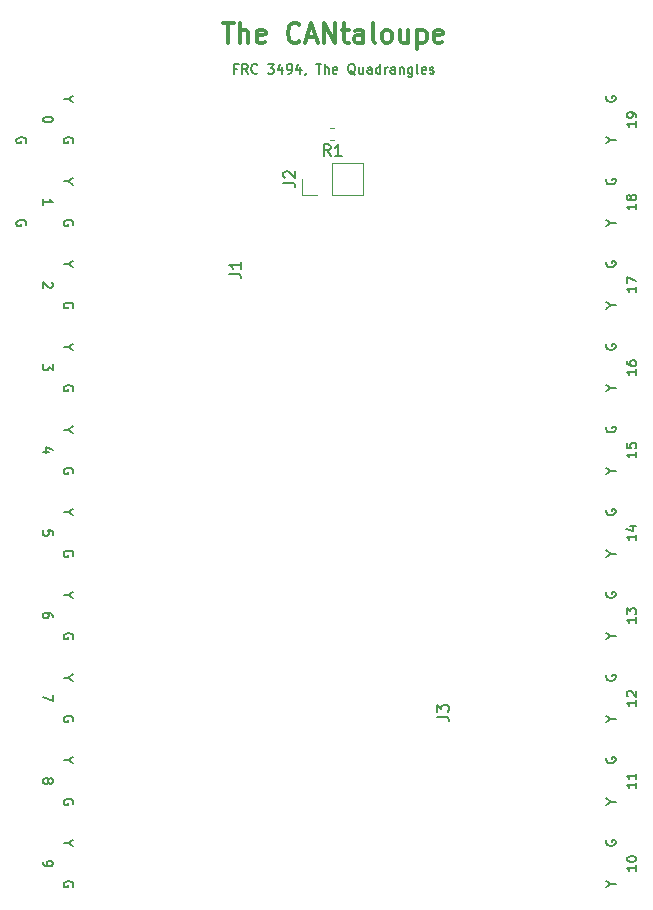
<source format=gbr>
G04 #@! TF.GenerationSoftware,KiCad,Pcbnew,(5.1.4)-1*
G04 #@! TF.CreationDate,2019-10-26T02:36:02-04:00*
G04 #@! TF.ProjectId,Star CAN Board,53746172-2043-4414-9e20-426f6172642e,rev?*
G04 #@! TF.SameCoordinates,Original*
G04 #@! TF.FileFunction,Legend,Top*
G04 #@! TF.FilePolarity,Positive*
%FSLAX46Y46*%
G04 Gerber Fmt 4.6, Leading zero omitted, Abs format (unit mm)*
G04 Created by KiCad (PCBNEW (5.1.4)-1) date 2019-10-26 02:36:02*
%MOMM*%
%LPD*%
G04 APERTURE LIST*
%ADD10C,0.150000*%
%ADD11C,0.300000*%
%ADD12C,0.120000*%
G04 APERTURE END LIST*
D10*
X159093600Y-81287123D02*
X159054895Y-81364533D01*
X159054895Y-81480647D01*
X159093600Y-81596761D01*
X159171009Y-81674171D01*
X159248419Y-81712876D01*
X159403238Y-81751580D01*
X159519352Y-81751580D01*
X159674171Y-81712876D01*
X159751580Y-81674171D01*
X159828990Y-81596761D01*
X159867695Y-81480647D01*
X159867695Y-81403238D01*
X159828990Y-81287123D01*
X159790285Y-81248419D01*
X159519352Y-81248419D01*
X159519352Y-81403238D01*
X159093600Y-74287123D02*
X159054895Y-74364533D01*
X159054895Y-74480647D01*
X159093600Y-74596761D01*
X159171009Y-74674171D01*
X159248419Y-74712876D01*
X159403238Y-74751580D01*
X159519352Y-74751580D01*
X159674171Y-74712876D01*
X159751580Y-74674171D01*
X159828990Y-74596761D01*
X159867695Y-74480647D01*
X159867695Y-74403238D01*
X159828990Y-74287123D01*
X159790285Y-74248419D01*
X159519352Y-74248419D01*
X159519352Y-74403238D01*
X159093600Y-95287123D02*
X159054895Y-95364533D01*
X159054895Y-95480647D01*
X159093600Y-95596761D01*
X159171009Y-95674171D01*
X159248419Y-95712876D01*
X159403238Y-95751580D01*
X159519352Y-95751580D01*
X159674171Y-95712876D01*
X159751580Y-95674171D01*
X159828990Y-95596761D01*
X159867695Y-95480647D01*
X159867695Y-95403238D01*
X159828990Y-95287123D01*
X159790285Y-95248419D01*
X159519352Y-95248419D01*
X159519352Y-95403238D01*
X159093600Y-88287123D02*
X159054895Y-88364533D01*
X159054895Y-88480647D01*
X159093600Y-88596761D01*
X159171009Y-88674171D01*
X159248419Y-88712876D01*
X159403238Y-88751580D01*
X159519352Y-88751580D01*
X159674171Y-88712876D01*
X159751580Y-88674171D01*
X159828990Y-88596761D01*
X159867695Y-88480647D01*
X159867695Y-88403238D01*
X159828990Y-88287123D01*
X159790285Y-88248419D01*
X159519352Y-88248419D01*
X159519352Y-88403238D01*
X159093600Y-109287123D02*
X159054895Y-109364533D01*
X159054895Y-109480647D01*
X159093600Y-109596761D01*
X159171009Y-109674171D01*
X159248419Y-109712876D01*
X159403238Y-109751580D01*
X159519352Y-109751580D01*
X159674171Y-109712876D01*
X159751580Y-109674171D01*
X159828990Y-109596761D01*
X159867695Y-109480647D01*
X159867695Y-109403238D01*
X159828990Y-109287123D01*
X159790285Y-109248419D01*
X159519352Y-109248419D01*
X159519352Y-109403238D01*
X159093600Y-102287123D02*
X159054895Y-102364533D01*
X159054895Y-102480647D01*
X159093600Y-102596761D01*
X159171009Y-102674171D01*
X159248419Y-102712876D01*
X159403238Y-102751580D01*
X159519352Y-102751580D01*
X159674171Y-102712876D01*
X159751580Y-102674171D01*
X159828990Y-102596761D01*
X159867695Y-102480647D01*
X159867695Y-102403238D01*
X159828990Y-102287123D01*
X159790285Y-102248419D01*
X159519352Y-102248419D01*
X159519352Y-102403238D01*
X159093600Y-123287123D02*
X159054895Y-123364533D01*
X159054895Y-123480647D01*
X159093600Y-123596761D01*
X159171009Y-123674171D01*
X159248419Y-123712876D01*
X159403238Y-123751580D01*
X159519352Y-123751580D01*
X159674171Y-123712876D01*
X159751580Y-123674171D01*
X159828990Y-123596761D01*
X159867695Y-123480647D01*
X159867695Y-123403238D01*
X159828990Y-123287123D01*
X159790285Y-123248419D01*
X159519352Y-123248419D01*
X159519352Y-123403238D01*
X159093600Y-116287123D02*
X159054895Y-116364533D01*
X159054895Y-116480647D01*
X159093600Y-116596761D01*
X159171009Y-116674171D01*
X159248419Y-116712876D01*
X159403238Y-116751580D01*
X159519352Y-116751580D01*
X159674171Y-116712876D01*
X159751580Y-116674171D01*
X159828990Y-116596761D01*
X159867695Y-116480647D01*
X159867695Y-116403238D01*
X159828990Y-116287123D01*
X159790285Y-116248419D01*
X159519352Y-116248419D01*
X159519352Y-116403238D01*
X159093600Y-137287123D02*
X159054895Y-137364533D01*
X159054895Y-137480647D01*
X159093600Y-137596761D01*
X159171009Y-137674171D01*
X159248419Y-137712876D01*
X159403238Y-137751580D01*
X159519352Y-137751580D01*
X159674171Y-137712876D01*
X159751580Y-137674171D01*
X159828990Y-137596761D01*
X159867695Y-137480647D01*
X159867695Y-137403238D01*
X159828990Y-137287123D01*
X159790285Y-137248419D01*
X159519352Y-137248419D01*
X159519352Y-137403238D01*
X159093600Y-130287123D02*
X159054895Y-130364533D01*
X159054895Y-130480647D01*
X159093600Y-130596761D01*
X159171009Y-130674171D01*
X159248419Y-130712876D01*
X159403238Y-130751580D01*
X159519352Y-130751580D01*
X159674171Y-130712876D01*
X159751580Y-130674171D01*
X159828990Y-130596761D01*
X159867695Y-130480647D01*
X159867695Y-130403238D01*
X159828990Y-130287123D01*
X159790285Y-130248419D01*
X159519352Y-130248419D01*
X159519352Y-130403238D01*
X113906400Y-134212876D02*
X113945104Y-134135466D01*
X113945104Y-134019352D01*
X113906400Y-133903238D01*
X113828990Y-133825828D01*
X113751580Y-133787123D01*
X113596761Y-133748419D01*
X113480647Y-133748419D01*
X113325828Y-133787123D01*
X113248419Y-133825828D01*
X113171009Y-133903238D01*
X113132304Y-134019352D01*
X113132304Y-134096761D01*
X113171009Y-134212876D01*
X113209714Y-134251580D01*
X113480647Y-134251580D01*
X113480647Y-134096761D01*
X113906400Y-141212876D02*
X113945104Y-141135466D01*
X113945104Y-141019352D01*
X113906400Y-140903238D01*
X113828990Y-140825828D01*
X113751580Y-140787123D01*
X113596761Y-140748419D01*
X113480647Y-140748419D01*
X113325828Y-140787123D01*
X113248419Y-140825828D01*
X113171009Y-140903238D01*
X113132304Y-141019352D01*
X113132304Y-141096761D01*
X113171009Y-141212876D01*
X113209714Y-141251580D01*
X113480647Y-141251580D01*
X113480647Y-141096761D01*
X113906400Y-120212876D02*
X113945104Y-120135466D01*
X113945104Y-120019352D01*
X113906400Y-119903238D01*
X113828990Y-119825828D01*
X113751580Y-119787123D01*
X113596761Y-119748419D01*
X113480647Y-119748419D01*
X113325828Y-119787123D01*
X113248419Y-119825828D01*
X113171009Y-119903238D01*
X113132304Y-120019352D01*
X113132304Y-120096761D01*
X113171009Y-120212876D01*
X113209714Y-120251580D01*
X113480647Y-120251580D01*
X113480647Y-120096761D01*
X113906400Y-127212876D02*
X113945104Y-127135466D01*
X113945104Y-127019352D01*
X113906400Y-126903238D01*
X113828990Y-126825828D01*
X113751580Y-126787123D01*
X113596761Y-126748419D01*
X113480647Y-126748419D01*
X113325828Y-126787123D01*
X113248419Y-126825828D01*
X113171009Y-126903238D01*
X113132304Y-127019352D01*
X113132304Y-127096761D01*
X113171009Y-127212876D01*
X113209714Y-127251580D01*
X113480647Y-127251580D01*
X113480647Y-127096761D01*
X113906400Y-106212876D02*
X113945104Y-106135466D01*
X113945104Y-106019352D01*
X113906400Y-105903238D01*
X113828990Y-105825828D01*
X113751580Y-105787123D01*
X113596761Y-105748419D01*
X113480647Y-105748419D01*
X113325828Y-105787123D01*
X113248419Y-105825828D01*
X113171009Y-105903238D01*
X113132304Y-106019352D01*
X113132304Y-106096761D01*
X113171009Y-106212876D01*
X113209714Y-106251580D01*
X113480647Y-106251580D01*
X113480647Y-106096761D01*
X113906400Y-113212876D02*
X113945104Y-113135466D01*
X113945104Y-113019352D01*
X113906400Y-112903238D01*
X113828990Y-112825828D01*
X113751580Y-112787123D01*
X113596761Y-112748419D01*
X113480647Y-112748419D01*
X113325828Y-112787123D01*
X113248419Y-112825828D01*
X113171009Y-112903238D01*
X113132304Y-113019352D01*
X113132304Y-113096761D01*
X113171009Y-113212876D01*
X113209714Y-113251580D01*
X113480647Y-113251580D01*
X113480647Y-113096761D01*
X113906400Y-92212876D02*
X113945104Y-92135466D01*
X113945104Y-92019352D01*
X113906400Y-91903238D01*
X113828990Y-91825828D01*
X113751580Y-91787123D01*
X113596761Y-91748419D01*
X113480647Y-91748419D01*
X113325828Y-91787123D01*
X113248419Y-91825828D01*
X113171009Y-91903238D01*
X113132304Y-92019352D01*
X113132304Y-92096761D01*
X113171009Y-92212876D01*
X113209714Y-92251580D01*
X113480647Y-92251580D01*
X113480647Y-92096761D01*
X113906400Y-99212876D02*
X113945104Y-99135466D01*
X113945104Y-99019352D01*
X113906400Y-98903238D01*
X113828990Y-98825828D01*
X113751580Y-98787123D01*
X113596761Y-98748419D01*
X113480647Y-98748419D01*
X113325828Y-98787123D01*
X113248419Y-98825828D01*
X113171009Y-98903238D01*
X113132304Y-99019352D01*
X113132304Y-99096761D01*
X113171009Y-99212876D01*
X113209714Y-99251580D01*
X113480647Y-99251580D01*
X113480647Y-99096761D01*
X109906400Y-85212876D02*
X109945104Y-85135466D01*
X109945104Y-85019352D01*
X109906400Y-84903238D01*
X109828990Y-84825828D01*
X109751580Y-84787123D01*
X109596761Y-84748419D01*
X109480647Y-84748419D01*
X109325828Y-84787123D01*
X109248419Y-84825828D01*
X109171009Y-84903238D01*
X109132304Y-85019352D01*
X109132304Y-85096761D01*
X109171009Y-85212876D01*
X109209714Y-85251580D01*
X109480647Y-85251580D01*
X109480647Y-85096761D01*
X109906400Y-78212876D02*
X109945104Y-78135466D01*
X109945104Y-78019352D01*
X109906400Y-77903238D01*
X109828990Y-77825828D01*
X109751580Y-77787123D01*
X109596761Y-77748419D01*
X109480647Y-77748419D01*
X109325828Y-77787123D01*
X109248419Y-77825828D01*
X109171009Y-77903238D01*
X109132304Y-78019352D01*
X109132304Y-78096761D01*
X109171009Y-78212876D01*
X109209714Y-78251580D01*
X109480647Y-78251580D01*
X109480647Y-78096761D01*
X113906400Y-85212876D02*
X113945104Y-85135466D01*
X113945104Y-85019352D01*
X113906400Y-84903238D01*
X113828990Y-84825828D01*
X113751580Y-84787123D01*
X113596761Y-84748419D01*
X113480647Y-84748419D01*
X113325828Y-84787123D01*
X113248419Y-84825828D01*
X113171009Y-84903238D01*
X113132304Y-85019352D01*
X113132304Y-85096761D01*
X113171009Y-85212876D01*
X113209714Y-85251580D01*
X113480647Y-85251580D01*
X113480647Y-85096761D01*
X113906400Y-78212876D02*
X113945104Y-78135466D01*
X113945104Y-78019352D01*
X113906400Y-77903238D01*
X113828990Y-77825828D01*
X113751580Y-77787123D01*
X113596761Y-77748419D01*
X113480647Y-77748419D01*
X113325828Y-77787123D01*
X113248419Y-77825828D01*
X113171009Y-77903238D01*
X113132304Y-78019352D01*
X113132304Y-78096761D01*
X113171009Y-78212876D01*
X113209714Y-78251580D01*
X113480647Y-78251580D01*
X113480647Y-78096761D01*
X159480647Y-78000000D02*
X159867695Y-78000000D01*
X159054895Y-78270933D02*
X159480647Y-78000000D01*
X159054895Y-77729066D01*
X159480647Y-85000000D02*
X159867695Y-85000000D01*
X159054895Y-85270933D02*
X159480647Y-85000000D01*
X159054895Y-84729066D01*
X159480647Y-92000000D02*
X159867695Y-92000000D01*
X159054895Y-92270933D02*
X159480647Y-92000000D01*
X159054895Y-91729066D01*
X159480647Y-99000000D02*
X159867695Y-99000000D01*
X159054895Y-99270933D02*
X159480647Y-99000000D01*
X159054895Y-98729066D01*
X159480647Y-106000000D02*
X159867695Y-106000000D01*
X159054895Y-106270933D02*
X159480647Y-106000000D01*
X159054895Y-105729066D01*
X159480647Y-113000000D02*
X159867695Y-113000000D01*
X159054895Y-113270933D02*
X159480647Y-113000000D01*
X159054895Y-112729066D01*
X159480647Y-120000000D02*
X159867695Y-120000000D01*
X159054895Y-120270933D02*
X159480647Y-120000000D01*
X159054895Y-119729066D01*
X159480647Y-127000000D02*
X159867695Y-127000000D01*
X159054895Y-127270933D02*
X159480647Y-127000000D01*
X159054895Y-126729066D01*
X159480647Y-141000000D02*
X159867695Y-141000000D01*
X159054895Y-141270933D02*
X159480647Y-141000000D01*
X159054895Y-140729066D01*
X159480647Y-134000000D02*
X159867695Y-134000000D01*
X159054895Y-134270933D02*
X159480647Y-134000000D01*
X159054895Y-133729066D01*
X113519352Y-130500000D02*
X113132304Y-130500000D01*
X113945104Y-130229066D02*
X113519352Y-130500000D01*
X113945104Y-130770933D01*
X113519352Y-137500000D02*
X113132304Y-137500000D01*
X113945104Y-137229066D02*
X113519352Y-137500000D01*
X113945104Y-137770933D01*
X113519352Y-116500000D02*
X113132304Y-116500000D01*
X113945104Y-116229066D02*
X113519352Y-116500000D01*
X113945104Y-116770933D01*
X113519352Y-123500000D02*
X113132304Y-123500000D01*
X113945104Y-123229066D02*
X113519352Y-123500000D01*
X113945104Y-123770933D01*
X113519352Y-102500000D02*
X113132304Y-102500000D01*
X113945104Y-102229066D02*
X113519352Y-102500000D01*
X113945104Y-102770933D01*
X113519352Y-109500000D02*
X113132304Y-109500000D01*
X113945104Y-109229066D02*
X113519352Y-109500000D01*
X113945104Y-109770933D01*
X113519352Y-88500000D02*
X113132304Y-88500000D01*
X113945104Y-88229066D02*
X113519352Y-88500000D01*
X113945104Y-88770933D01*
X113519352Y-95500000D02*
X113132304Y-95500000D01*
X113945104Y-95229066D02*
X113519352Y-95500000D01*
X113945104Y-95770933D01*
X113519352Y-81500000D02*
X113132304Y-81500000D01*
X113945104Y-81229066D02*
X113519352Y-81500000D01*
X113945104Y-81770933D01*
X113519352Y-74500000D02*
X113132304Y-74500000D01*
X113945104Y-74229066D02*
X113519352Y-74500000D01*
X113945104Y-74770933D01*
X127833295Y-71941942D02*
X127562361Y-71941942D01*
X127562361Y-72367695D02*
X127562361Y-71554895D01*
X127949409Y-71554895D01*
X128723504Y-72367695D02*
X128452571Y-71980647D01*
X128259047Y-72367695D02*
X128259047Y-71554895D01*
X128568685Y-71554895D01*
X128646095Y-71593600D01*
X128684800Y-71632304D01*
X128723504Y-71709714D01*
X128723504Y-71825828D01*
X128684800Y-71903238D01*
X128646095Y-71941942D01*
X128568685Y-71980647D01*
X128259047Y-71980647D01*
X129536304Y-72290285D02*
X129497600Y-72328990D01*
X129381485Y-72367695D01*
X129304076Y-72367695D01*
X129187961Y-72328990D01*
X129110552Y-72251580D01*
X129071847Y-72174171D01*
X129033142Y-72019352D01*
X129033142Y-71903238D01*
X129071847Y-71748419D01*
X129110552Y-71671009D01*
X129187961Y-71593600D01*
X129304076Y-71554895D01*
X129381485Y-71554895D01*
X129497600Y-71593600D01*
X129536304Y-71632304D01*
X130426514Y-71554895D02*
X130929676Y-71554895D01*
X130658742Y-71864533D01*
X130774857Y-71864533D01*
X130852266Y-71903238D01*
X130890971Y-71941942D01*
X130929676Y-72019352D01*
X130929676Y-72212876D01*
X130890971Y-72290285D01*
X130852266Y-72328990D01*
X130774857Y-72367695D01*
X130542628Y-72367695D01*
X130465219Y-72328990D01*
X130426514Y-72290285D01*
X131626361Y-71825828D02*
X131626361Y-72367695D01*
X131432838Y-71516190D02*
X131239314Y-72096761D01*
X131742476Y-72096761D01*
X132090819Y-72367695D02*
X132245638Y-72367695D01*
X132323047Y-72328990D01*
X132361752Y-72290285D01*
X132439161Y-72174171D01*
X132477866Y-72019352D01*
X132477866Y-71709714D01*
X132439161Y-71632304D01*
X132400457Y-71593600D01*
X132323047Y-71554895D01*
X132168228Y-71554895D01*
X132090819Y-71593600D01*
X132052114Y-71632304D01*
X132013409Y-71709714D01*
X132013409Y-71903238D01*
X132052114Y-71980647D01*
X132090819Y-72019352D01*
X132168228Y-72058057D01*
X132323047Y-72058057D01*
X132400457Y-72019352D01*
X132439161Y-71980647D01*
X132477866Y-71903238D01*
X133174552Y-71825828D02*
X133174552Y-72367695D01*
X132981028Y-71516190D02*
X132787504Y-72096761D01*
X133290666Y-72096761D01*
X133639009Y-72328990D02*
X133639009Y-72367695D01*
X133600304Y-72445104D01*
X133561600Y-72483809D01*
X134490514Y-71554895D02*
X134954971Y-71554895D01*
X134722742Y-72367695D02*
X134722742Y-71554895D01*
X135225904Y-72367695D02*
X135225904Y-71554895D01*
X135574247Y-72367695D02*
X135574247Y-71941942D01*
X135535542Y-71864533D01*
X135458133Y-71825828D01*
X135342019Y-71825828D01*
X135264609Y-71864533D01*
X135225904Y-71903238D01*
X136270933Y-72328990D02*
X136193523Y-72367695D01*
X136038704Y-72367695D01*
X135961295Y-72328990D01*
X135922590Y-72251580D01*
X135922590Y-71941942D01*
X135961295Y-71864533D01*
X136038704Y-71825828D01*
X136193523Y-71825828D01*
X136270933Y-71864533D01*
X136309638Y-71941942D01*
X136309638Y-72019352D01*
X135922590Y-72096761D01*
X137819123Y-72445104D02*
X137741714Y-72406400D01*
X137664304Y-72328990D01*
X137548190Y-72212876D01*
X137470780Y-72174171D01*
X137393371Y-72174171D01*
X137432076Y-72367695D02*
X137354666Y-72328990D01*
X137277257Y-72251580D01*
X137238552Y-72096761D01*
X137238552Y-71825828D01*
X137277257Y-71671009D01*
X137354666Y-71593600D01*
X137432076Y-71554895D01*
X137586895Y-71554895D01*
X137664304Y-71593600D01*
X137741714Y-71671009D01*
X137780419Y-71825828D01*
X137780419Y-72096761D01*
X137741714Y-72251580D01*
X137664304Y-72328990D01*
X137586895Y-72367695D01*
X137432076Y-72367695D01*
X138477104Y-71825828D02*
X138477104Y-72367695D01*
X138128761Y-71825828D02*
X138128761Y-72251580D01*
X138167466Y-72328990D01*
X138244876Y-72367695D01*
X138360990Y-72367695D01*
X138438400Y-72328990D01*
X138477104Y-72290285D01*
X139212495Y-72367695D02*
X139212495Y-71941942D01*
X139173790Y-71864533D01*
X139096380Y-71825828D01*
X138941561Y-71825828D01*
X138864152Y-71864533D01*
X139212495Y-72328990D02*
X139135085Y-72367695D01*
X138941561Y-72367695D01*
X138864152Y-72328990D01*
X138825447Y-72251580D01*
X138825447Y-72174171D01*
X138864152Y-72096761D01*
X138941561Y-72058057D01*
X139135085Y-72058057D01*
X139212495Y-72019352D01*
X139947885Y-72367695D02*
X139947885Y-71554895D01*
X139947885Y-72328990D02*
X139870476Y-72367695D01*
X139715657Y-72367695D01*
X139638247Y-72328990D01*
X139599542Y-72290285D01*
X139560838Y-72212876D01*
X139560838Y-71980647D01*
X139599542Y-71903238D01*
X139638247Y-71864533D01*
X139715657Y-71825828D01*
X139870476Y-71825828D01*
X139947885Y-71864533D01*
X140334933Y-72367695D02*
X140334933Y-71825828D01*
X140334933Y-71980647D02*
X140373638Y-71903238D01*
X140412342Y-71864533D01*
X140489752Y-71825828D01*
X140567161Y-71825828D01*
X141186438Y-72367695D02*
X141186438Y-71941942D01*
X141147733Y-71864533D01*
X141070323Y-71825828D01*
X140915504Y-71825828D01*
X140838095Y-71864533D01*
X141186438Y-72328990D02*
X141109028Y-72367695D01*
X140915504Y-72367695D01*
X140838095Y-72328990D01*
X140799390Y-72251580D01*
X140799390Y-72174171D01*
X140838095Y-72096761D01*
X140915504Y-72058057D01*
X141109028Y-72058057D01*
X141186438Y-72019352D01*
X141573485Y-71825828D02*
X141573485Y-72367695D01*
X141573485Y-71903238D02*
X141612190Y-71864533D01*
X141689600Y-71825828D01*
X141805714Y-71825828D01*
X141883123Y-71864533D01*
X141921828Y-71941942D01*
X141921828Y-72367695D01*
X142657219Y-71825828D02*
X142657219Y-72483809D01*
X142618514Y-72561219D01*
X142579809Y-72599923D01*
X142502400Y-72638628D01*
X142386285Y-72638628D01*
X142308876Y-72599923D01*
X142657219Y-72328990D02*
X142579809Y-72367695D01*
X142424990Y-72367695D01*
X142347580Y-72328990D01*
X142308876Y-72290285D01*
X142270171Y-72212876D01*
X142270171Y-71980647D01*
X142308876Y-71903238D01*
X142347580Y-71864533D01*
X142424990Y-71825828D01*
X142579809Y-71825828D01*
X142657219Y-71864533D01*
X143160380Y-72367695D02*
X143082971Y-72328990D01*
X143044266Y-72251580D01*
X143044266Y-71554895D01*
X143779657Y-72328990D02*
X143702247Y-72367695D01*
X143547428Y-72367695D01*
X143470019Y-72328990D01*
X143431314Y-72251580D01*
X143431314Y-71941942D01*
X143470019Y-71864533D01*
X143547428Y-71825828D01*
X143702247Y-71825828D01*
X143779657Y-71864533D01*
X143818361Y-71941942D01*
X143818361Y-72019352D01*
X143431314Y-72096761D01*
X144128000Y-72328990D02*
X144205409Y-72367695D01*
X144360228Y-72367695D01*
X144437638Y-72328990D01*
X144476342Y-72251580D01*
X144476342Y-72212876D01*
X144437638Y-72135466D01*
X144360228Y-72096761D01*
X144244114Y-72096761D01*
X144166704Y-72058057D01*
X144128000Y-71980647D01*
X144128000Y-71941942D01*
X144166704Y-71864533D01*
X144244114Y-71825828D01*
X144360228Y-71825828D01*
X144437638Y-71864533D01*
D11*
X126594742Y-68109790D02*
X127523657Y-68109790D01*
X127059200Y-69735390D02*
X127059200Y-68109790D01*
X128065523Y-69735390D02*
X128065523Y-68109790D01*
X128762209Y-69735390D02*
X128762209Y-68883885D01*
X128684800Y-68729066D01*
X128529980Y-68651657D01*
X128297752Y-68651657D01*
X128142933Y-68729066D01*
X128065523Y-68806476D01*
X130155580Y-69657980D02*
X130000761Y-69735390D01*
X129691123Y-69735390D01*
X129536304Y-69657980D01*
X129458895Y-69503161D01*
X129458895Y-68883885D01*
X129536304Y-68729066D01*
X129691123Y-68651657D01*
X130000761Y-68651657D01*
X130155580Y-68729066D01*
X130232990Y-68883885D01*
X130232990Y-69038704D01*
X129458895Y-69193523D01*
X133097142Y-69580571D02*
X133019733Y-69657980D01*
X132787504Y-69735390D01*
X132632685Y-69735390D01*
X132400457Y-69657980D01*
X132245638Y-69503161D01*
X132168228Y-69348342D01*
X132090819Y-69038704D01*
X132090819Y-68806476D01*
X132168228Y-68496838D01*
X132245638Y-68342019D01*
X132400457Y-68187200D01*
X132632685Y-68109790D01*
X132787504Y-68109790D01*
X133019733Y-68187200D01*
X133097142Y-68264609D01*
X133716419Y-69270933D02*
X134490514Y-69270933D01*
X133561600Y-69735390D02*
X134103466Y-68109790D01*
X134645333Y-69735390D01*
X135187200Y-69735390D02*
X135187200Y-68109790D01*
X136116114Y-69735390D01*
X136116114Y-68109790D01*
X136657980Y-68651657D02*
X137277257Y-68651657D01*
X136890209Y-68109790D02*
X136890209Y-69503161D01*
X136967619Y-69657980D01*
X137122438Y-69735390D01*
X137277257Y-69735390D01*
X138515809Y-69735390D02*
X138515809Y-68883885D01*
X138438400Y-68729066D01*
X138283580Y-68651657D01*
X137973942Y-68651657D01*
X137819123Y-68729066D01*
X138515809Y-69657980D02*
X138360990Y-69735390D01*
X137973942Y-69735390D01*
X137819123Y-69657980D01*
X137741714Y-69503161D01*
X137741714Y-69348342D01*
X137819123Y-69193523D01*
X137973942Y-69116114D01*
X138360990Y-69116114D01*
X138515809Y-69038704D01*
X139522133Y-69735390D02*
X139367314Y-69657980D01*
X139289904Y-69503161D01*
X139289904Y-68109790D01*
X140373638Y-69735390D02*
X140218819Y-69657980D01*
X140141409Y-69580571D01*
X140064000Y-69425752D01*
X140064000Y-68961295D01*
X140141409Y-68806476D01*
X140218819Y-68729066D01*
X140373638Y-68651657D01*
X140605866Y-68651657D01*
X140760685Y-68729066D01*
X140838095Y-68806476D01*
X140915504Y-68961295D01*
X140915504Y-69425752D01*
X140838095Y-69580571D01*
X140760685Y-69657980D01*
X140605866Y-69735390D01*
X140373638Y-69735390D01*
X142308876Y-68651657D02*
X142308876Y-69735390D01*
X141612190Y-68651657D02*
X141612190Y-69503161D01*
X141689600Y-69657980D01*
X141844419Y-69735390D01*
X142076647Y-69735390D01*
X142231466Y-69657980D01*
X142308876Y-69580571D01*
X143082971Y-68651657D02*
X143082971Y-70277257D01*
X143082971Y-68729066D02*
X143237790Y-68651657D01*
X143547428Y-68651657D01*
X143702247Y-68729066D01*
X143779657Y-68806476D01*
X143857066Y-68961295D01*
X143857066Y-69425752D01*
X143779657Y-69580571D01*
X143702247Y-69657980D01*
X143547428Y-69735390D01*
X143237790Y-69735390D01*
X143082971Y-69657980D01*
X145173028Y-69657980D02*
X145018209Y-69735390D01*
X144708571Y-69735390D01*
X144553752Y-69657980D01*
X144476342Y-69503161D01*
X144476342Y-68883885D01*
X144553752Y-68729066D01*
X144708571Y-68651657D01*
X145018209Y-68651657D01*
X145173028Y-68729066D01*
X145250438Y-68883885D01*
X145250438Y-69038704D01*
X144476342Y-69193523D01*
D10*
X161617695Y-76404819D02*
X161617695Y-76869276D01*
X161617695Y-76637047D02*
X160804895Y-76637047D01*
X160921009Y-76714457D01*
X160998419Y-76791866D01*
X161037123Y-76869276D01*
X161617695Y-76017771D02*
X161617695Y-75862952D01*
X161578990Y-75785542D01*
X161540285Y-75746838D01*
X161424171Y-75669428D01*
X161269352Y-75630723D01*
X160959714Y-75630723D01*
X160882304Y-75669428D01*
X160843600Y-75708133D01*
X160804895Y-75785542D01*
X160804895Y-75940361D01*
X160843600Y-76017771D01*
X160882304Y-76056476D01*
X160959714Y-76095180D01*
X161153238Y-76095180D01*
X161230647Y-76056476D01*
X161269352Y-76017771D01*
X161308057Y-75940361D01*
X161308057Y-75785542D01*
X161269352Y-75708133D01*
X161230647Y-75669428D01*
X161153238Y-75630723D01*
X161617695Y-83404819D02*
X161617695Y-83869276D01*
X161617695Y-83637047D02*
X160804895Y-83637047D01*
X160921009Y-83714457D01*
X160998419Y-83791866D01*
X161037123Y-83869276D01*
X161153238Y-82940361D02*
X161114533Y-83017771D01*
X161075828Y-83056476D01*
X160998419Y-83095180D01*
X160959714Y-83095180D01*
X160882304Y-83056476D01*
X160843600Y-83017771D01*
X160804895Y-82940361D01*
X160804895Y-82785542D01*
X160843600Y-82708133D01*
X160882304Y-82669428D01*
X160959714Y-82630723D01*
X160998419Y-82630723D01*
X161075828Y-82669428D01*
X161114533Y-82708133D01*
X161153238Y-82785542D01*
X161153238Y-82940361D01*
X161191942Y-83017771D01*
X161230647Y-83056476D01*
X161308057Y-83095180D01*
X161462876Y-83095180D01*
X161540285Y-83056476D01*
X161578990Y-83017771D01*
X161617695Y-82940361D01*
X161617695Y-82785542D01*
X161578990Y-82708133D01*
X161540285Y-82669428D01*
X161462876Y-82630723D01*
X161308057Y-82630723D01*
X161230647Y-82669428D01*
X161191942Y-82708133D01*
X161153238Y-82785542D01*
X161617695Y-90404819D02*
X161617695Y-90869276D01*
X161617695Y-90637047D02*
X160804895Y-90637047D01*
X160921009Y-90714457D01*
X160998419Y-90791866D01*
X161037123Y-90869276D01*
X160804895Y-90133885D02*
X160804895Y-89592019D01*
X161617695Y-89940361D01*
X161617695Y-97404819D02*
X161617695Y-97869276D01*
X161617695Y-97637047D02*
X160804895Y-97637047D01*
X160921009Y-97714457D01*
X160998419Y-97791866D01*
X161037123Y-97869276D01*
X160804895Y-96708133D02*
X160804895Y-96862952D01*
X160843600Y-96940361D01*
X160882304Y-96979066D01*
X160998419Y-97056476D01*
X161153238Y-97095180D01*
X161462876Y-97095180D01*
X161540285Y-97056476D01*
X161578990Y-97017771D01*
X161617695Y-96940361D01*
X161617695Y-96785542D01*
X161578990Y-96708133D01*
X161540285Y-96669428D01*
X161462876Y-96630723D01*
X161269352Y-96630723D01*
X161191942Y-96669428D01*
X161153238Y-96708133D01*
X161114533Y-96785542D01*
X161114533Y-96940361D01*
X161153238Y-97017771D01*
X161191942Y-97056476D01*
X161269352Y-97095180D01*
X161617695Y-104404819D02*
X161617695Y-104869276D01*
X161617695Y-104637047D02*
X160804895Y-104637047D01*
X160921009Y-104714457D01*
X160998419Y-104791866D01*
X161037123Y-104869276D01*
X160804895Y-103669428D02*
X160804895Y-104056476D01*
X161191942Y-104095180D01*
X161153238Y-104056476D01*
X161114533Y-103979066D01*
X161114533Y-103785542D01*
X161153238Y-103708133D01*
X161191942Y-103669428D01*
X161269352Y-103630723D01*
X161462876Y-103630723D01*
X161540285Y-103669428D01*
X161578990Y-103708133D01*
X161617695Y-103785542D01*
X161617695Y-103979066D01*
X161578990Y-104056476D01*
X161540285Y-104095180D01*
X161617695Y-111404819D02*
X161617695Y-111869276D01*
X161617695Y-111637047D02*
X160804895Y-111637047D01*
X160921009Y-111714457D01*
X160998419Y-111791866D01*
X161037123Y-111869276D01*
X161075828Y-110708133D02*
X161617695Y-110708133D01*
X160766190Y-110901657D02*
X161346761Y-111095180D01*
X161346761Y-110592019D01*
X161617695Y-118404819D02*
X161617695Y-118869276D01*
X161617695Y-118637047D02*
X160804895Y-118637047D01*
X160921009Y-118714457D01*
X160998419Y-118791866D01*
X161037123Y-118869276D01*
X160804895Y-118133885D02*
X160804895Y-117630723D01*
X161114533Y-117901657D01*
X161114533Y-117785542D01*
X161153238Y-117708133D01*
X161191942Y-117669428D01*
X161269352Y-117630723D01*
X161462876Y-117630723D01*
X161540285Y-117669428D01*
X161578990Y-117708133D01*
X161617695Y-117785542D01*
X161617695Y-118017771D01*
X161578990Y-118095180D01*
X161540285Y-118133885D01*
X161617695Y-125404819D02*
X161617695Y-125869276D01*
X161617695Y-125637047D02*
X160804895Y-125637047D01*
X160921009Y-125714457D01*
X160998419Y-125791866D01*
X161037123Y-125869276D01*
X160882304Y-125095180D02*
X160843600Y-125056476D01*
X160804895Y-124979066D01*
X160804895Y-124785542D01*
X160843600Y-124708133D01*
X160882304Y-124669428D01*
X160959714Y-124630723D01*
X161037123Y-124630723D01*
X161153238Y-124669428D01*
X161617695Y-125133885D01*
X161617695Y-124630723D01*
X161617695Y-132404819D02*
X161617695Y-132869276D01*
X161617695Y-132637047D02*
X160804895Y-132637047D01*
X160921009Y-132714457D01*
X160998419Y-132791866D01*
X161037123Y-132869276D01*
X161617695Y-131630723D02*
X161617695Y-132095180D01*
X161617695Y-131862952D02*
X160804895Y-131862952D01*
X160921009Y-131940361D01*
X160998419Y-132017771D01*
X161037123Y-132095180D01*
X161617695Y-139404819D02*
X161617695Y-139869276D01*
X161617695Y-139637047D02*
X160804895Y-139637047D01*
X160921009Y-139714457D01*
X160998419Y-139791866D01*
X161037123Y-139869276D01*
X160804895Y-138901657D02*
X160804895Y-138824247D01*
X160843600Y-138746838D01*
X160882304Y-138708133D01*
X160959714Y-138669428D01*
X161114533Y-138630723D01*
X161308057Y-138630723D01*
X161462876Y-138669428D01*
X161540285Y-138708133D01*
X161578990Y-138746838D01*
X161617695Y-138824247D01*
X161617695Y-138901657D01*
X161578990Y-138979066D01*
X161540285Y-139017771D01*
X161462876Y-139056476D01*
X161308057Y-139095180D01*
X161114533Y-139095180D01*
X160959714Y-139056476D01*
X160882304Y-139017771D01*
X160843600Y-138979066D01*
X160804895Y-138901657D01*
X111382304Y-139095180D02*
X111382304Y-139250000D01*
X111421009Y-139327409D01*
X111459714Y-139366114D01*
X111575828Y-139443523D01*
X111730647Y-139482228D01*
X112040285Y-139482228D01*
X112117695Y-139443523D01*
X112156400Y-139404819D01*
X112195104Y-139327409D01*
X112195104Y-139172590D01*
X112156400Y-139095180D01*
X112117695Y-139056476D01*
X112040285Y-139017771D01*
X111846761Y-139017771D01*
X111769352Y-139056476D01*
X111730647Y-139095180D01*
X111691942Y-139172590D01*
X111691942Y-139327409D01*
X111730647Y-139404819D01*
X111769352Y-139443523D01*
X111846761Y-139482228D01*
X111846761Y-132172590D02*
X111885466Y-132095180D01*
X111924171Y-132056476D01*
X112001580Y-132017771D01*
X112040285Y-132017771D01*
X112117695Y-132056476D01*
X112156400Y-132095180D01*
X112195104Y-132172590D01*
X112195104Y-132327409D01*
X112156400Y-132404819D01*
X112117695Y-132443523D01*
X112040285Y-132482228D01*
X112001580Y-132482228D01*
X111924171Y-132443523D01*
X111885466Y-132404819D01*
X111846761Y-132327409D01*
X111846761Y-132172590D01*
X111808057Y-132095180D01*
X111769352Y-132056476D01*
X111691942Y-132017771D01*
X111537123Y-132017771D01*
X111459714Y-132056476D01*
X111421009Y-132095180D01*
X111382304Y-132172590D01*
X111382304Y-132327409D01*
X111421009Y-132404819D01*
X111459714Y-132443523D01*
X111537123Y-132482228D01*
X111691942Y-132482228D01*
X111769352Y-132443523D01*
X111808057Y-132404819D01*
X111846761Y-132327409D01*
X112195104Y-124979066D02*
X112195104Y-125520933D01*
X111382304Y-125172590D01*
X112195104Y-118404819D02*
X112195104Y-118250000D01*
X112156400Y-118172590D01*
X112117695Y-118133885D01*
X112001580Y-118056476D01*
X111846761Y-118017771D01*
X111537123Y-118017771D01*
X111459714Y-118056476D01*
X111421009Y-118095180D01*
X111382304Y-118172590D01*
X111382304Y-118327409D01*
X111421009Y-118404819D01*
X111459714Y-118443523D01*
X111537123Y-118482228D01*
X111730647Y-118482228D01*
X111808057Y-118443523D01*
X111846761Y-118404819D01*
X111885466Y-118327409D01*
X111885466Y-118172590D01*
X111846761Y-118095180D01*
X111808057Y-118056476D01*
X111730647Y-118017771D01*
X112195104Y-111443523D02*
X112195104Y-111056476D01*
X111808057Y-111017771D01*
X111846761Y-111056476D01*
X111885466Y-111133885D01*
X111885466Y-111327409D01*
X111846761Y-111404819D01*
X111808057Y-111443523D01*
X111730647Y-111482228D01*
X111537123Y-111482228D01*
X111459714Y-111443523D01*
X111421009Y-111404819D01*
X111382304Y-111327409D01*
X111382304Y-111133885D01*
X111421009Y-111056476D01*
X111459714Y-111017771D01*
X111924171Y-104404819D02*
X111382304Y-104404819D01*
X112233809Y-104211295D02*
X111653238Y-104017771D01*
X111653238Y-104520933D01*
X112195104Y-96979066D02*
X112195104Y-97482228D01*
X111885466Y-97211295D01*
X111885466Y-97327409D01*
X111846761Y-97404819D01*
X111808057Y-97443523D01*
X111730647Y-97482228D01*
X111537123Y-97482228D01*
X111459714Y-97443523D01*
X111421009Y-97404819D01*
X111382304Y-97327409D01*
X111382304Y-97095180D01*
X111421009Y-97017771D01*
X111459714Y-96979066D01*
X112117695Y-90017771D02*
X112156400Y-90056476D01*
X112195104Y-90133885D01*
X112195104Y-90327409D01*
X112156400Y-90404819D01*
X112117695Y-90443523D01*
X112040285Y-90482228D01*
X111962876Y-90482228D01*
X111846761Y-90443523D01*
X111382304Y-89979066D01*
X111382304Y-90482228D01*
X112195104Y-76211295D02*
X112195104Y-76288704D01*
X112156400Y-76366114D01*
X112117695Y-76404819D01*
X112040285Y-76443523D01*
X111885466Y-76482228D01*
X111691942Y-76482228D01*
X111537123Y-76443523D01*
X111459714Y-76404819D01*
X111421009Y-76366114D01*
X111382304Y-76288704D01*
X111382304Y-76211295D01*
X111421009Y-76133885D01*
X111459714Y-76095180D01*
X111537123Y-76056476D01*
X111691942Y-76017771D01*
X111885466Y-76017771D01*
X112040285Y-76056476D01*
X112117695Y-76095180D01*
X112156400Y-76133885D01*
X112195104Y-76211295D01*
X111382304Y-83482228D02*
X111382304Y-83017771D01*
X111382304Y-83250000D02*
X112195104Y-83250000D01*
X112078990Y-83172590D01*
X112001580Y-83095180D01*
X111962876Y-83017771D01*
D12*
X138490000Y-82610000D02*
X138490000Y-79950000D01*
X135890000Y-82610000D02*
X138490000Y-82610000D01*
X135890000Y-79950000D02*
X138490000Y-79950000D01*
X135890000Y-82610000D02*
X135890000Y-79950000D01*
X134620000Y-82610000D02*
X133290000Y-82610000D01*
X133290000Y-82610000D02*
X133290000Y-81280000D01*
X136061267Y-76960000D02*
X135718733Y-76960000D01*
X136061267Y-77980000D02*
X135718733Y-77980000D01*
D10*
X127142380Y-89303333D02*
X127856666Y-89303333D01*
X127999523Y-89350952D01*
X128094761Y-89446190D01*
X128142380Y-89589047D01*
X128142380Y-89684285D01*
X128142380Y-88303333D02*
X128142380Y-88874761D01*
X128142380Y-88589047D02*
X127142380Y-88589047D01*
X127285238Y-88684285D01*
X127380476Y-88779523D01*
X127428095Y-88874761D01*
X144732380Y-126803333D02*
X145446666Y-126803333D01*
X145589523Y-126850952D01*
X145684761Y-126946190D01*
X145732380Y-127089047D01*
X145732380Y-127184285D01*
X144732380Y-126422380D02*
X144732380Y-125803333D01*
X145113333Y-126136666D01*
X145113333Y-125993809D01*
X145160952Y-125898571D01*
X145208571Y-125850952D01*
X145303809Y-125803333D01*
X145541904Y-125803333D01*
X145637142Y-125850952D01*
X145684761Y-125898571D01*
X145732380Y-125993809D01*
X145732380Y-126279523D01*
X145684761Y-126374761D01*
X145637142Y-126422380D01*
X131742380Y-81613333D02*
X132456666Y-81613333D01*
X132599523Y-81660952D01*
X132694761Y-81756190D01*
X132742380Y-81899047D01*
X132742380Y-81994285D01*
X131837619Y-81184761D02*
X131790000Y-81137142D01*
X131742380Y-81041904D01*
X131742380Y-80803809D01*
X131790000Y-80708571D01*
X131837619Y-80660952D01*
X131932857Y-80613333D01*
X132028095Y-80613333D01*
X132170952Y-80660952D01*
X132742380Y-81232380D01*
X132742380Y-80613333D01*
X135723333Y-79352380D02*
X135390000Y-78876190D01*
X135151904Y-79352380D02*
X135151904Y-78352380D01*
X135532857Y-78352380D01*
X135628095Y-78400000D01*
X135675714Y-78447619D01*
X135723333Y-78542857D01*
X135723333Y-78685714D01*
X135675714Y-78780952D01*
X135628095Y-78828571D01*
X135532857Y-78876190D01*
X135151904Y-78876190D01*
X136675714Y-79352380D02*
X136104285Y-79352380D01*
X136390000Y-79352380D02*
X136390000Y-78352380D01*
X136294761Y-78495238D01*
X136199523Y-78590476D01*
X136104285Y-78638095D01*
M02*

</source>
